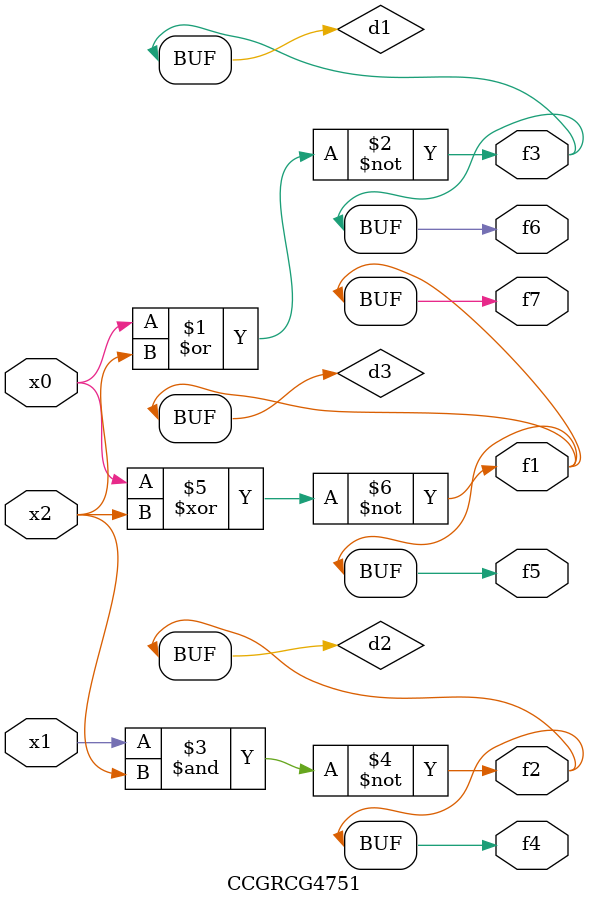
<source format=v>
module CCGRCG4751(
	input x0, x1, x2,
	output f1, f2, f3, f4, f5, f6, f7
);

	wire d1, d2, d3;

	nor (d1, x0, x2);
	nand (d2, x1, x2);
	xnor (d3, x0, x2);
	assign f1 = d3;
	assign f2 = d2;
	assign f3 = d1;
	assign f4 = d2;
	assign f5 = d3;
	assign f6 = d1;
	assign f7 = d3;
endmodule

</source>
